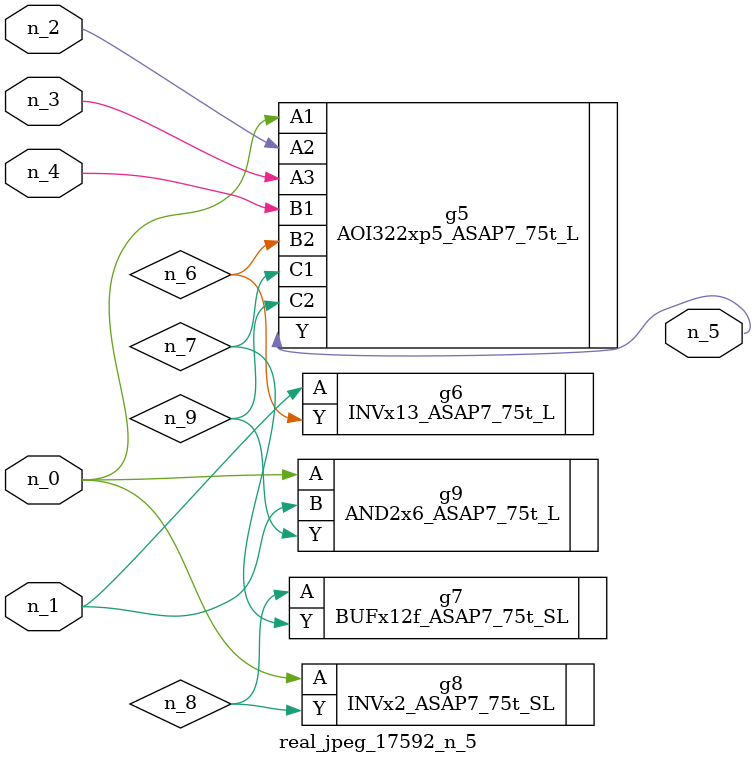
<source format=v>
module real_jpeg_17592_n_5 (n_4, n_0, n_1, n_2, n_3, n_5);

input n_4;
input n_0;
input n_1;
input n_2;
input n_3;

output n_5;

wire n_8;
wire n_6;
wire n_7;
wire n_9;

AOI322xp5_ASAP7_75t_L g5 ( 
.A1(n_0),
.A2(n_2),
.A3(n_3),
.B1(n_4),
.B2(n_6),
.C1(n_7),
.C2(n_9),
.Y(n_5)
);

INVx2_ASAP7_75t_SL g8 ( 
.A(n_0),
.Y(n_8)
);

AND2x6_ASAP7_75t_L g9 ( 
.A(n_0),
.B(n_1),
.Y(n_9)
);

INVx13_ASAP7_75t_L g6 ( 
.A(n_1),
.Y(n_6)
);

BUFx12f_ASAP7_75t_SL g7 ( 
.A(n_8),
.Y(n_7)
);


endmodule
</source>
